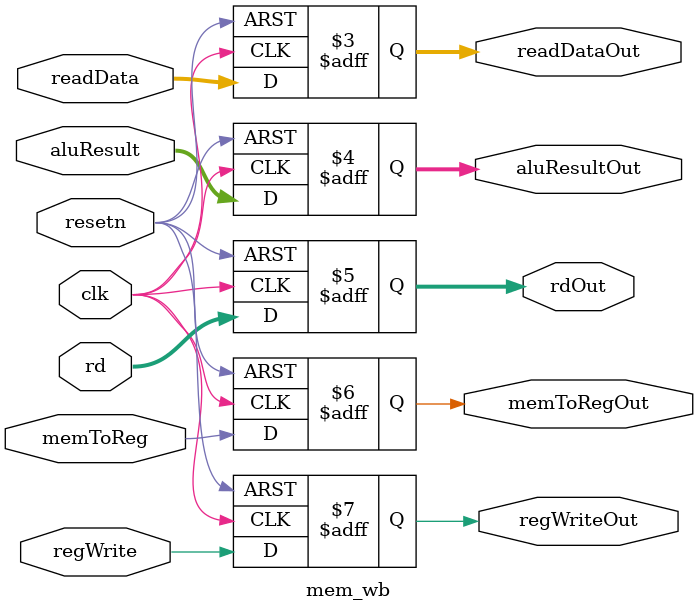
<source format=sv>
module mem_wb (
    input clk,
    input resetn,
    input [31:0] readData,
    input [31:0] aluResult,
    input [4:0] rd,
    // control signals for wb stage
    input memToReg,
    input regWrite,
    // output signals
    output reg [31:0] readDataOut,
    output reg [31:0] aluResultOut,
    output reg [4:0] rdOut,

    // output control signals for wb
    output reg memToRegOut,
    output reg regWriteOut
);
    
    always @(posedge clk or negedge resetn) begin
        if(!resetn) begin
            readDataOut <= 0;
            aluResultOut <= 0;
            rdOut <= 0;
            memToRegOut <= 0;
            regWriteOut <= 0;
        end
        else begin
            readDataOut <= readData;
            aluResultOut <= aluResult;
            rdOut <= rd;
            memToRegOut <= memToReg;
            regWriteOut <= regWrite;
        end
    end
endmodule
</source>
